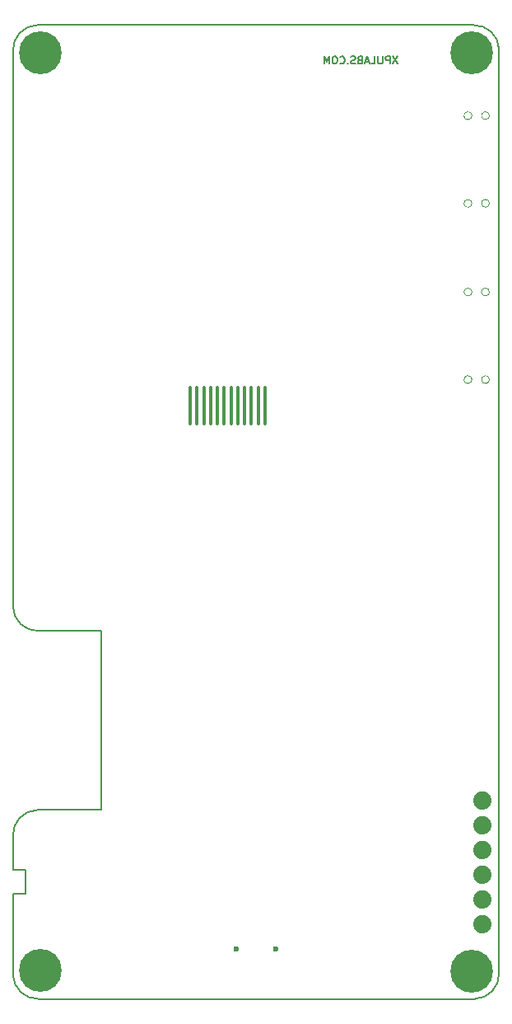
<source format=gbs>
%TF.GenerationSoftware,KiCad,Pcbnew,6.0.6-3a73a75311~116~ubuntu20.04.1*%
%TF.CreationDate,2022-08-17T13:19:53+08:00*%
%TF.ProjectId,Maple_Eye_Alef_V12,4d61706c-655f-4457-9965-5f416c65665f,rev?*%
%TF.SameCoordinates,Original*%
%TF.FileFunction,Soldermask,Bot*%
%TF.FilePolarity,Negative*%
%FSLAX46Y46*%
G04 Gerber Fmt 4.6, Leading zero omitted, Abs format (unit mm)*
G04 Created by KiCad (PCBNEW 6.0.6-3a73a75311~116~ubuntu20.04.1) date 2022-08-17 13:19:53*
%MOMM*%
%LPD*%
G01*
G04 APERTURE LIST*
G04 Aperture macros list*
%AMRoundRect*
0 Rectangle with rounded corners*
0 $1 Rounding radius*
0 $2 $3 $4 $5 $6 $7 $8 $9 X,Y pos of 4 corners*
0 Add a 4 corners polygon primitive as box body*
4,1,4,$2,$3,$4,$5,$6,$7,$8,$9,$2,$3,0*
0 Add four circle primitives for the rounded corners*
1,1,$1+$1,$2,$3*
1,1,$1+$1,$4,$5*
1,1,$1+$1,$6,$7*
1,1,$1+$1,$8,$9*
0 Add four rect primitives between the rounded corners*
20,1,$1+$1,$2,$3,$4,$5,0*
20,1,$1+$1,$4,$5,$6,$7,0*
20,1,$1+$1,$6,$7,$8,$9,0*
20,1,$1+$1,$8,$9,$2,$3,0*%
G04 Aperture macros list end*
%TA.AperFunction,Profile*%
%ADD10C,0.150000*%
%TD*%
%ADD11C,0.152400*%
%TA.AperFunction,Profile*%
%ADD12C,0.100000*%
%TD*%
%ADD13C,0.700000*%
%ADD14C,4.400000*%
%ADD15C,0.600000*%
%ADD16C,1.879600*%
%ADD17RoundRect,0.100000X0.100000X-1.900000X0.100000X1.900000X-0.100000X1.900000X-0.100000X-1.900000X0*%
G04 APERTURE END LIST*
D10*
X217516861Y-150099994D02*
G75*
G03*
X219999992Y-147476295I-70261J2553394D01*
G01*
X172477803Y-50100089D02*
G75*
G03*
X169999990Y-52730310I76197J-2554011D01*
G01*
X172488739Y-130703189D02*
G75*
G03*
X169999990Y-133326905I67461J-2556211D01*
G01*
X171331992Y-136824593D02*
X171331992Y-139262993D01*
X169999995Y-147606600D02*
G75*
G03*
X172627800Y-150100005I2560605J67200D01*
G01*
X170000006Y-109815661D02*
G75*
G03*
X172628105Y-112313593I2562994J65061D01*
G01*
X219999992Y-147476295D02*
X219999992Y-52579731D01*
X179078992Y-112313593D02*
X179078992Y-130703193D01*
X179078992Y-112313593D02*
X172628105Y-112313593D01*
X220000000Y-52579731D02*
G75*
G03*
X217374090Y-50100001I-2552800J-73069D01*
G01*
X171331992Y-139262993D02*
X169999990Y-139262993D01*
X172477800Y-50100001D02*
X217374090Y-50100001D01*
X172627800Y-150100005D02*
X217516861Y-150100005D01*
X169999990Y-147606600D02*
X169999990Y-139262993D01*
X179078992Y-130703193D02*
X172488739Y-130703193D01*
X169999990Y-109815661D02*
X169999990Y-52730310D01*
X169999990Y-136824593D02*
X169999990Y-133326905D01*
X169999990Y-136824593D02*
X171331992Y-136824593D01*
D11*
X209567800Y-53319314D02*
X209059800Y-54081314D01*
X209059800Y-53319314D02*
X209567800Y-54081314D01*
X208769514Y-54081314D02*
X208769514Y-53319314D01*
X208479228Y-53319314D01*
X208406657Y-53355600D01*
X208370371Y-53391885D01*
X208334085Y-53464457D01*
X208334085Y-53573314D01*
X208370371Y-53645885D01*
X208406657Y-53682171D01*
X208479228Y-53718457D01*
X208769514Y-53718457D01*
X208007514Y-53319314D02*
X208007514Y-53936171D01*
X207971228Y-54008742D01*
X207934942Y-54045028D01*
X207862371Y-54081314D01*
X207717228Y-54081314D01*
X207644657Y-54045028D01*
X207608371Y-54008742D01*
X207572085Y-53936171D01*
X207572085Y-53319314D01*
X206846371Y-54081314D02*
X207209228Y-54081314D01*
X207209228Y-53319314D01*
X206628657Y-53863600D02*
X206265800Y-53863600D01*
X206701228Y-54081314D02*
X206447228Y-53319314D01*
X206193228Y-54081314D01*
X205685228Y-53682171D02*
X205576371Y-53718457D01*
X205540085Y-53754742D01*
X205503800Y-53827314D01*
X205503800Y-53936171D01*
X205540085Y-54008742D01*
X205576371Y-54045028D01*
X205648942Y-54081314D01*
X205939228Y-54081314D01*
X205939228Y-53319314D01*
X205685228Y-53319314D01*
X205612657Y-53355600D01*
X205576371Y-53391885D01*
X205540085Y-53464457D01*
X205540085Y-53537028D01*
X205576371Y-53609600D01*
X205612657Y-53645885D01*
X205685228Y-53682171D01*
X205939228Y-53682171D01*
X205213514Y-54045028D02*
X205104657Y-54081314D01*
X204923228Y-54081314D01*
X204850657Y-54045028D01*
X204814371Y-54008742D01*
X204778085Y-53936171D01*
X204778085Y-53863600D01*
X204814371Y-53791028D01*
X204850657Y-53754742D01*
X204923228Y-53718457D01*
X205068371Y-53682171D01*
X205140942Y-53645885D01*
X205177228Y-53609600D01*
X205213514Y-53537028D01*
X205213514Y-53464457D01*
X205177228Y-53391885D01*
X205140942Y-53355600D01*
X205068371Y-53319314D01*
X204886942Y-53319314D01*
X204778085Y-53355600D01*
X204451514Y-54008742D02*
X204415228Y-54045028D01*
X204451514Y-54081314D01*
X204487800Y-54045028D01*
X204451514Y-54008742D01*
X204451514Y-54081314D01*
X203653228Y-54008742D02*
X203689514Y-54045028D01*
X203798371Y-54081314D01*
X203870942Y-54081314D01*
X203979800Y-54045028D01*
X204052371Y-53972457D01*
X204088657Y-53899885D01*
X204124942Y-53754742D01*
X204124942Y-53645885D01*
X204088657Y-53500742D01*
X204052371Y-53428171D01*
X203979800Y-53355600D01*
X203870942Y-53319314D01*
X203798371Y-53319314D01*
X203689514Y-53355600D01*
X203653228Y-53391885D01*
X203181514Y-53319314D02*
X203036371Y-53319314D01*
X202963800Y-53355600D01*
X202891228Y-53428171D01*
X202854942Y-53573314D01*
X202854942Y-53827314D01*
X202891228Y-53972457D01*
X202963800Y-54045028D01*
X203036371Y-54081314D01*
X203181514Y-54081314D01*
X203254085Y-54045028D01*
X203326657Y-53972457D01*
X203362942Y-53827314D01*
X203362942Y-53573314D01*
X203326657Y-53428171D01*
X203254085Y-53355600D01*
X203181514Y-53319314D01*
X202528371Y-54081314D02*
X202528371Y-53319314D01*
X202274371Y-53863600D01*
X202020371Y-53319314D01*
X202020371Y-54081314D01*
D12*
%TO.C,MENU1*%
X218560203Y-77101985D02*
G75*
G03*
X218575051Y-77100779I40322J-404435D01*
G01*
X216760203Y-77101985D02*
G75*
G03*
X216775051Y-77100779I40322J-404435D01*
G01*
%TO.C,DOWN1*%
X216760203Y-68001985D02*
G75*
G03*
X216775051Y-68000779I40322J-404435D01*
G01*
X218560203Y-68001985D02*
G75*
G03*
X218575051Y-68000779I40322J-404435D01*
G01*
%TO.C,UP1*%
X218560203Y-59001985D02*
G75*
G03*
X218575051Y-59000779I40322J-404435D01*
G01*
X216760203Y-59001985D02*
G75*
G03*
X216775051Y-59000779I40322J-404435D01*
G01*
%TO.C,PLAY1*%
X216760203Y-86101985D02*
G75*
G03*
X216775051Y-86100779I40322J-404435D01*
G01*
X218560203Y-86101985D02*
G75*
G03*
X218575051Y-86100779I40322J-404435D01*
G01*
%TD*%
D13*
%TO.C,H4*%
X216033274Y-54066726D03*
X218366726Y-51733274D03*
X218366726Y-54066726D03*
X217200000Y-51250000D03*
X216033274Y-51733274D03*
D14*
X217200000Y-52900000D03*
D13*
X218850000Y-52900000D03*
X215550000Y-52900000D03*
X217200000Y-54550000D03*
%TD*%
%TO.C,H2*%
X217200000Y-145650000D03*
X218366726Y-148466726D03*
X216033274Y-148466726D03*
X215550000Y-147300000D03*
X218850000Y-147300000D03*
D14*
X217200000Y-147300000D03*
D13*
X218366726Y-146133274D03*
X217200000Y-148950000D03*
X216033274Y-146133274D03*
%TD*%
%TO.C,H3*%
X173966726Y-51733274D03*
D14*
X172800000Y-52900000D03*
D13*
X172800000Y-51250000D03*
X171633274Y-54066726D03*
X174450000Y-52900000D03*
X172800000Y-54550000D03*
X171150000Y-52900000D03*
X173966726Y-54066726D03*
X171633274Y-51733274D03*
%TD*%
D15*
%TO.C,J1*%
X193000004Y-144949986D03*
X196999996Y-144949986D03*
%TD*%
D16*
%TO.C,J3*%
X218300000Y-129700000D03*
X218300000Y-132240000D03*
X218300000Y-134780000D03*
X218300000Y-137320000D03*
X218300000Y-139860000D03*
X218300000Y-142400000D03*
%TD*%
D13*
%TO.C,H1*%
X173966726Y-146033274D03*
X172800000Y-148850000D03*
X171633274Y-148366726D03*
X172800000Y-145550000D03*
X174450000Y-147200000D03*
X171150000Y-147200000D03*
X173966726Y-148366726D03*
X171633274Y-146033274D03*
D14*
X172800000Y-147200000D03*
%TD*%
D17*
%TO.C,J6*%
X188234800Y-89149000D03*
X188934800Y-89149000D03*
X189634800Y-89149000D03*
X190334800Y-89149000D03*
X191034800Y-89149000D03*
X191734800Y-89149000D03*
X192434800Y-89149000D03*
X193134800Y-89149000D03*
X193834800Y-89149000D03*
X194534800Y-89149000D03*
X195234800Y-89149000D03*
X195934800Y-89149000D03*
%TD*%
M02*

</source>
